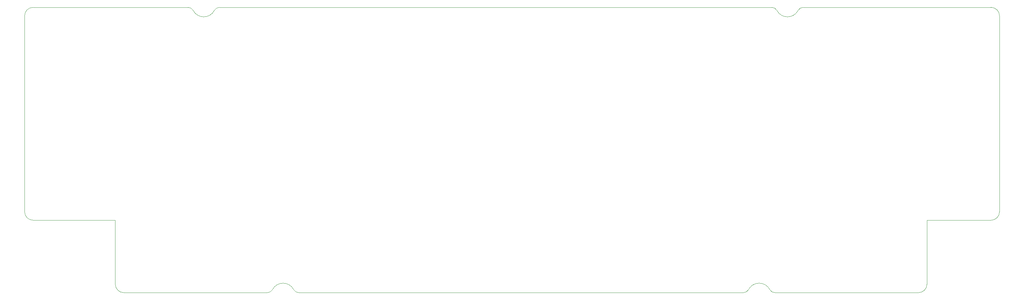
<source format=gbr>
%TF.GenerationSoftware,KiCad,Pcbnew,8.0.4*%
%TF.CreationDate,2024-08-28T19:47:30+05:30*%
%TF.ProjectId,kalam,6b616c61-6d2e-46b6-9963-61645f706362,rev?*%
%TF.SameCoordinates,Original*%
%TF.FileFunction,Profile,NP*%
%FSLAX46Y46*%
G04 Gerber Fmt 4.6, Leading zero omitted, Abs format (unit mm)*
G04 Created by KiCad (PCBNEW 8.0.4) date 2024-08-28 19:47:30*
%MOMM*%
%LPD*%
G01*
G04 APERTURE LIST*
%TA.AperFunction,Profile*%
%ADD10C,0.100000*%
%TD*%
G04 APERTURE END LIST*
D10*
X13076547Y-15326529D02*
X13076563Y-66826481D01*
X210101070Y-88126464D02*
G75*
G02*
X208771077Y-87319991I30J1499964D01*
G01*
X210101070Y-88126464D02*
X247801338Y-88126464D01*
X62919596Y-13882980D02*
G75*
G02*
X64249630Y-13076540I1330004J-693520D01*
G01*
X201854858Y-88126464D02*
X85085550Y-88126464D01*
X216212436Y-13882980D02*
G75*
G02*
X210626292Y-13882980I-2793072J1456449D01*
G01*
X15326563Y-69076480D02*
G75*
G02*
X13076570Y-66826481I-33J2249960D01*
G01*
X203184892Y-87320012D02*
G75*
G02*
X208771036Y-87320012I2793072J-1456451D01*
G01*
X39139064Y-88126464D02*
G75*
G02*
X36889036Y-85876464I-64J2249964D01*
G01*
X203184892Y-87320012D02*
G75*
G02*
X201854858Y-88126446I-1329992J693512D01*
G01*
X250051338Y-85876464D02*
G75*
G02*
X247801338Y-88126438I-2250038J64D01*
G01*
X217542470Y-13076528D02*
X266851322Y-13076528D01*
X56003418Y-13076528D02*
X15326547Y-13076528D01*
X13076547Y-15326529D02*
G75*
G02*
X15326547Y-13076527I2250003J-1D01*
G01*
X36889064Y-69076480D02*
X15326563Y-69076480D01*
X216212436Y-13882980D02*
G75*
G02*
X217542470Y-13076487I1330064J-693520D01*
G01*
X36889064Y-85876464D02*
X36889064Y-69076480D01*
X209296258Y-13076528D02*
G75*
G02*
X210626312Y-13882970I42J-1499972D01*
G01*
X250051338Y-85876464D02*
X250051338Y-69076480D01*
X85085550Y-88126464D02*
G75*
G02*
X83755494Y-87320024I-50J1499964D01*
G01*
X266851322Y-13076528D02*
G75*
G02*
X269101372Y-15326528I78J-2249972D01*
G01*
X269101322Y-15326528D02*
X269101322Y-66826480D01*
X78169372Y-87320012D02*
G75*
G02*
X83755516Y-87320012I2793072J-1456451D01*
G01*
X78169372Y-87320012D02*
G75*
G02*
X76839338Y-88126517I-1330072J693512D01*
G01*
X64249630Y-13076528D02*
X209296258Y-13076528D01*
X62919596Y-13882980D02*
G75*
G02*
X57333452Y-13882980I-2793072J1456449D01*
G01*
X76839338Y-88126464D02*
X39139064Y-88126464D01*
X266851322Y-69076480D02*
X250051338Y-69076480D01*
X56003418Y-13076528D02*
G75*
G02*
X57333425Y-13882994I-18J-1499972D01*
G01*
X269101322Y-66826480D02*
G75*
G02*
X266851322Y-69076522I-2250122J80D01*
G01*
M02*

</source>
